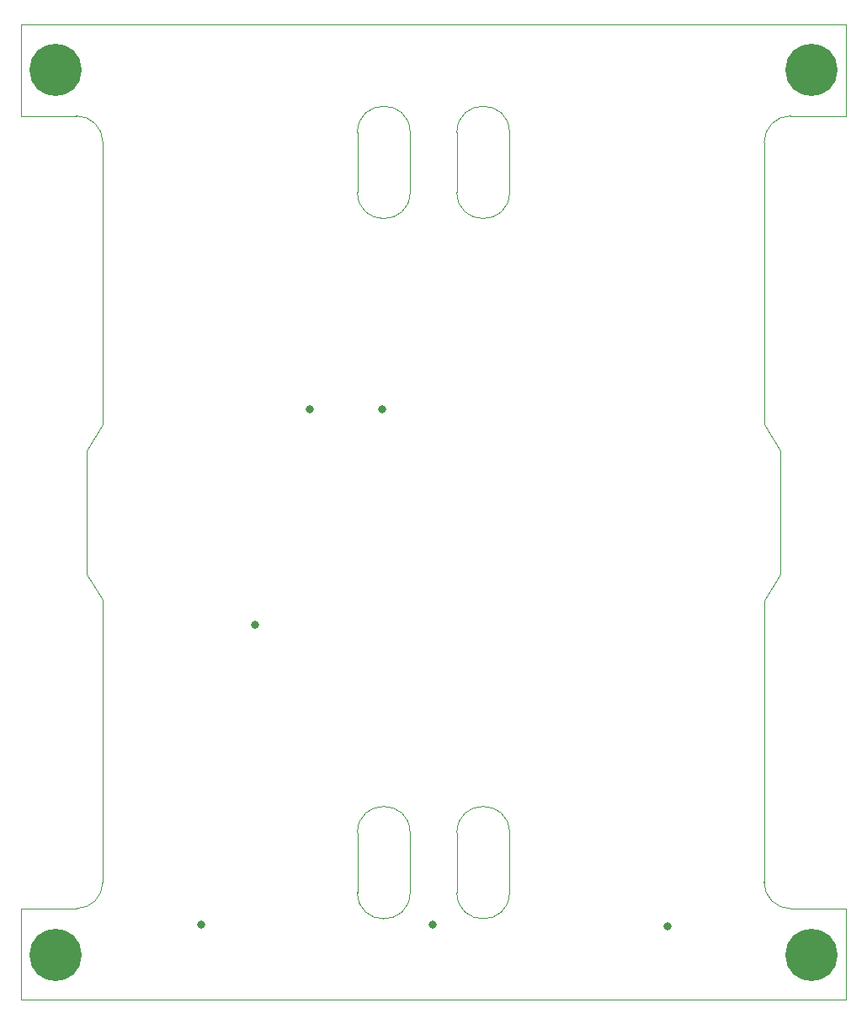
<source format=gbr>
%TF.GenerationSoftware,KiCad,Pcbnew,7.0.5*%
%TF.CreationDate,2023-06-21T14:42:12-07:00*%
%TF.ProjectId,solar-panel-NoCutout,736f6c61-722d-4706-916e-656c2d4e6f43,3.0*%
%TF.SameCoordinates,Original*%
%TF.FileFunction,Copper,L3,Inr*%
%TF.FilePolarity,Positive*%
%FSLAX46Y46*%
G04 Gerber Fmt 4.6, Leading zero omitted, Abs format (unit mm)*
G04 Created by KiCad (PCBNEW 7.0.5) date 2023-06-21 14:42:12*
%MOMM*%
%LPD*%
G01*
G04 APERTURE LIST*
%TA.AperFunction,ComponentPad*%
%ADD10C,5.250000*%
%TD*%
%TA.AperFunction,ViaPad*%
%ADD11C,0.800000*%
%TD*%
%TA.AperFunction,Profile*%
%ADD12C,0.050000*%
%TD*%
G04 APERTURE END LIST*
D10*
%TO.N,unconnected-(J2-Pad1)*%
%TO.C,J2*%
X106500000Y-70300000D03*
%TD*%
%TO.N,unconnected-(J3-Pad1)*%
%TO.C,J3*%
X106500000Y-159300000D03*
%TD*%
%TO.N,unconnected-(J4-Pad1)*%
%TO.C,J4*%
X182500000Y-70300000D03*
%TD*%
%TO.N,unconnected-(J5-Pad1)*%
%TO.C,J5*%
X182500000Y-159300000D03*
%TD*%
D11*
%TO.N,GND*%
X168000000Y-156390000D03*
X144450000Y-156250000D03*
X121120000Y-156220000D03*
%TO.N,+3V3*%
X139300000Y-104410000D03*
X126510000Y-126100000D03*
X132050000Y-104410000D03*
%TD*%
D12*
X109650000Y-108545000D02*
X111240000Y-105945000D01*
X177760000Y-105950000D02*
X179350000Y-108550000D01*
X136850000Y-153000000D02*
X136850000Y-147000000D01*
X142150000Y-153000000D02*
X142150000Y-147000000D01*
X146850000Y-147000000D02*
X146850000Y-153000000D01*
X152150000Y-153000000D02*
X152150000Y-147000000D01*
X142150000Y-76600000D02*
X142150000Y-82600000D01*
X136850000Y-76600000D02*
X136850000Y-82600000D01*
X146850000Y-76600000D02*
X146850000Y-82600000D01*
X152150000Y-76600000D02*
X152150000Y-82600000D01*
X186000000Y-65750000D02*
X103000000Y-65750000D01*
X108580000Y-74920000D02*
X103000000Y-74920000D01*
X111239937Y-77570000D02*
G75*
G03*
X108580000Y-74920001I-2644937J5100D01*
G01*
X103000000Y-65750000D02*
X103000000Y-74920000D01*
X103000000Y-154620000D02*
X103000000Y-163750000D01*
X136850000Y-82600000D02*
G75*
G03*
X142150000Y-82600000I2650000J0D01*
G01*
X186000000Y-74925000D02*
X180420000Y-74925000D01*
X152150000Y-76600000D02*
G75*
G03*
X146850000Y-76600000I-2650000J0D01*
G01*
X186000000Y-74925000D02*
X186000000Y-65750000D01*
X142150000Y-76600000D02*
G75*
G03*
X136850000Y-76600000I-2650000J0D01*
G01*
X111240000Y-123595000D02*
X111240000Y-151970000D01*
X109650000Y-108545000D02*
X109650000Y-120995000D01*
X109650000Y-120995000D02*
X111240000Y-123595000D01*
X103000000Y-163750000D02*
X186000000Y-163750000D01*
X142150000Y-147000000D02*
G75*
G03*
X136850000Y-147000000I-2650000J0D01*
G01*
X186000000Y-163750000D02*
X186000000Y-154625000D01*
X136850000Y-153000000D02*
G75*
G03*
X142150000Y-153000000I2650000J0D01*
G01*
X180420000Y-74925039D02*
G75*
G03*
X177760001Y-77575000I-15100J-2644861D01*
G01*
X177760000Y-77575000D02*
X177760000Y-105950000D01*
X152150000Y-147000000D02*
G75*
G03*
X146850000Y-147000000I-2650000J0D01*
G01*
X108580000Y-154619961D02*
G75*
G03*
X111239999Y-151970000I15000J2644961D01*
G01*
X179350000Y-108550000D02*
X179350000Y-121000000D01*
X146850000Y-153000000D02*
G75*
G03*
X152150000Y-153000000I2650000J0D01*
G01*
X111240000Y-77570000D02*
X111240000Y-105945000D01*
X177759964Y-151975000D02*
G75*
G03*
X180420000Y-154624999I2645136J-4900D01*
G01*
X103000000Y-154620000D02*
X108580000Y-154620000D01*
X146850000Y-82600000D02*
G75*
G03*
X152150000Y-82600000I2650000J0D01*
G01*
X177760000Y-123600000D02*
X177760000Y-151975000D01*
X177760000Y-123600000D02*
X179350000Y-121000000D01*
X180420000Y-154625000D02*
X186000000Y-154625000D01*
M02*

</source>
